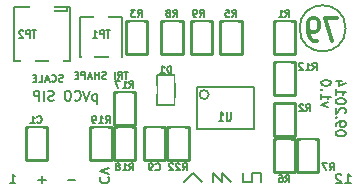
<source format=gbo>
%FSLAX46Y46*%
G04 Gerber Fmt 4.6, Leading zero omitted, Abs format (unit mm)*
G04 Created by KiCad (PCBNEW (2014-09-02 BZR 5112)-product) date 2014-09-07 2:51:26 PM*
%MOMM*%
G01*
G04 APERTURE LIST*
%ADD10C,0.150000*%
%ADD11C,0.203200*%
%ADD12C,0.200000*%
%ADD13C,0.152400*%
%ADD14C,0.300000*%
%ADD15C,0.127000*%
%ADD16C,0.149860*%
%ADD17C,0.254000*%
%ADD18C,0.158750*%
%ADD19C,0.160020*%
%ADD20R,1.000760X0.701040*%
%ADD21R,1.998980X1.998980*%
%ADD22R,1.300480X1.998980*%
%ADD23R,1.143000X0.812800*%
%ADD24R,1.000000X1.250000*%
%ADD25R,1.200000X1.250000*%
%ADD26R,1.350000X3.500000*%
%ADD27R,0.299720X1.300480*%
G04 APERTURE END LIST*
D10*
D11*
X169174171Y-90911143D02*
X168632305Y-90717619D01*
X169174171Y-90524095D01*
X168632305Y-89788705D02*
X168632305Y-90253162D01*
X168632305Y-90020933D02*
X169445105Y-90020933D01*
X169328990Y-90098343D01*
X169251581Y-90175752D01*
X169212876Y-90253162D01*
X168709714Y-89440362D02*
X168671010Y-89401657D01*
X168632305Y-89440362D01*
X168671010Y-89479067D01*
X168709714Y-89440362D01*
X168632305Y-89440362D01*
X169445105Y-88898495D02*
X169445105Y-88821086D01*
X169406400Y-88743676D01*
X169367695Y-88704971D01*
X169290286Y-88666267D01*
X169135467Y-88627562D01*
X168941943Y-88627562D01*
X168787124Y-88666267D01*
X168709714Y-88704971D01*
X168671010Y-88743676D01*
X168632305Y-88821086D01*
X168632305Y-88898495D01*
X168671010Y-88975905D01*
X168709714Y-89014609D01*
X168787124Y-89053314D01*
X168941943Y-89092019D01*
X169135467Y-89092019D01*
X169290286Y-89053314D01*
X169367695Y-89014609D01*
X169406400Y-88975905D01*
X169445105Y-88898495D01*
X170654819Y-97367695D02*
X171119276Y-97367695D01*
X170887047Y-97367695D02*
X170887047Y-96554895D01*
X170964457Y-96671010D01*
X171041866Y-96748419D01*
X171119276Y-96787124D01*
X170345181Y-96632305D02*
X170306476Y-96593600D01*
X170229067Y-96554895D01*
X170035543Y-96554895D01*
X169958133Y-96593600D01*
X169919429Y-96632305D01*
X169880724Y-96709714D01*
X169880724Y-96787124D01*
X169919429Y-96903238D01*
X170383886Y-97367695D01*
X169880724Y-97367695D01*
X149959714Y-96846762D02*
X149921010Y-96885467D01*
X149882305Y-97001581D01*
X149882305Y-97078991D01*
X149921010Y-97195105D01*
X149998419Y-97272514D01*
X150075829Y-97311219D01*
X150230648Y-97349924D01*
X150346762Y-97349924D01*
X150501581Y-97311219D01*
X150578990Y-97272514D01*
X150656400Y-97195105D01*
X150695105Y-97078991D01*
X150695105Y-97001581D01*
X150656400Y-96885467D01*
X150617695Y-96846762D01*
X150695105Y-96614533D02*
X149882305Y-96343600D01*
X150695105Y-96072667D01*
X145309638Y-97058057D02*
X144690362Y-97058057D01*
X145000000Y-97367695D02*
X145000000Y-96748419D01*
X142267771Y-97367695D02*
X142732228Y-97367695D01*
X142499999Y-97367695D02*
X142499999Y-96554895D01*
X142577409Y-96671010D01*
X142654818Y-96748419D01*
X142732228Y-96787124D01*
D12*
X158500000Y-97250000D02*
X157750000Y-96500000D01*
X157750000Y-96500000D02*
X157000000Y-97250000D01*
X161000000Y-97250000D02*
X160250000Y-96500000D01*
X160250000Y-96500000D02*
X160250000Y-97250000D01*
X160250000Y-97250000D02*
X159500000Y-96500000D01*
X159500000Y-96500000D02*
X159500000Y-97250000D01*
X163500000Y-97250000D02*
X163500000Y-96500000D01*
X163500000Y-96500000D02*
X162750000Y-96500000D01*
X162750000Y-96500000D02*
X162750000Y-97250000D01*
X162750000Y-97250000D02*
X162000000Y-97250000D01*
X162000000Y-97250000D02*
X162000000Y-96500000D01*
D11*
X147809638Y-97058057D02*
X147190362Y-97058057D01*
D13*
X152307771Y-87916171D02*
X151959428Y-87916171D01*
X152133599Y-88525771D02*
X152133599Y-87916171D01*
X151407885Y-88525771D02*
X151611085Y-88235486D01*
X151756228Y-88525771D02*
X151756228Y-87916171D01*
X151524000Y-87916171D01*
X151465942Y-87945200D01*
X151436914Y-87974229D01*
X151407885Y-88032286D01*
X151407885Y-88119371D01*
X151436914Y-88177429D01*
X151465942Y-88206457D01*
X151524000Y-88235486D01*
X151756228Y-88235486D01*
X151146628Y-88525771D02*
X151146628Y-87916171D01*
X150420914Y-88496743D02*
X150333828Y-88525771D01*
X150188685Y-88525771D01*
X150130628Y-88496743D01*
X150101599Y-88467714D01*
X150072571Y-88409657D01*
X150072571Y-88351600D01*
X150101599Y-88293543D01*
X150130628Y-88264514D01*
X150188685Y-88235486D01*
X150304799Y-88206457D01*
X150362857Y-88177429D01*
X150391885Y-88148400D01*
X150420914Y-88090343D01*
X150420914Y-88032286D01*
X150391885Y-87974229D01*
X150362857Y-87945200D01*
X150304799Y-87916171D01*
X150159657Y-87916171D01*
X150072571Y-87945200D01*
X149811314Y-88525771D02*
X149811314Y-87916171D01*
X149811314Y-88206457D02*
X149462971Y-88206457D01*
X149462971Y-88525771D02*
X149462971Y-87916171D01*
X149201714Y-88351600D02*
X148911428Y-88351600D01*
X149259771Y-88525771D02*
X149056571Y-87916171D01*
X148853371Y-88525771D01*
X148650171Y-88525771D02*
X148650171Y-87916171D01*
X148417943Y-87916171D01*
X148359885Y-87945200D01*
X148330857Y-87974229D01*
X148301828Y-88032286D01*
X148301828Y-88119371D01*
X148330857Y-88177429D01*
X148359885Y-88206457D01*
X148417943Y-88235486D01*
X148650171Y-88235486D01*
X148040571Y-88206457D02*
X147837371Y-88206457D01*
X147750285Y-88525771D02*
X148040571Y-88525771D01*
X148040571Y-87916171D01*
X147750285Y-87916171D01*
X146762743Y-88746743D02*
X146675657Y-88775771D01*
X146530514Y-88775771D01*
X146472457Y-88746743D01*
X146443428Y-88717714D01*
X146414400Y-88659657D01*
X146414400Y-88601600D01*
X146443428Y-88543543D01*
X146472457Y-88514514D01*
X146530514Y-88485486D01*
X146646628Y-88456457D01*
X146704686Y-88427429D01*
X146733714Y-88398400D01*
X146762743Y-88340343D01*
X146762743Y-88282286D01*
X146733714Y-88224229D01*
X146704686Y-88195200D01*
X146646628Y-88166171D01*
X146501486Y-88166171D01*
X146414400Y-88195200D01*
X145804800Y-88717714D02*
X145833829Y-88746743D01*
X145920915Y-88775771D01*
X145978972Y-88775771D01*
X146066057Y-88746743D01*
X146124115Y-88688686D01*
X146153143Y-88630629D01*
X146182172Y-88514514D01*
X146182172Y-88427429D01*
X146153143Y-88311314D01*
X146124115Y-88253257D01*
X146066057Y-88195200D01*
X145978972Y-88166171D01*
X145920915Y-88166171D01*
X145833829Y-88195200D01*
X145804800Y-88224229D01*
X145572572Y-88601600D02*
X145282286Y-88601600D01*
X145630629Y-88775771D02*
X145427429Y-88166171D01*
X145224229Y-88775771D01*
X144730743Y-88775771D02*
X145021029Y-88775771D01*
X145021029Y-88166171D01*
X144527543Y-88456457D02*
X144324343Y-88456457D01*
X144237257Y-88775771D02*
X144527543Y-88775771D01*
X144527543Y-88166171D01*
X144237257Y-88166171D01*
D11*
X170695105Y-93167466D02*
X170695105Y-93090057D01*
X170656400Y-93012647D01*
X170617695Y-92973942D01*
X170540286Y-92935238D01*
X170385467Y-92896533D01*
X170191943Y-92896533D01*
X170037124Y-92935238D01*
X169959714Y-92973942D01*
X169921010Y-93012647D01*
X169882305Y-93090057D01*
X169882305Y-93167466D01*
X169921010Y-93244876D01*
X169959714Y-93283580D01*
X170037124Y-93322285D01*
X170191943Y-93360990D01*
X170385467Y-93360990D01*
X170540286Y-93322285D01*
X170617695Y-93283580D01*
X170656400Y-93244876D01*
X170695105Y-93167466D01*
X169882305Y-92509485D02*
X169882305Y-92354666D01*
X169921010Y-92277257D01*
X169959714Y-92238552D01*
X170075829Y-92161143D01*
X170230648Y-92122438D01*
X170540286Y-92122438D01*
X170617695Y-92161143D01*
X170656400Y-92199847D01*
X170695105Y-92277257D01*
X170695105Y-92432076D01*
X170656400Y-92509485D01*
X170617695Y-92548190D01*
X170540286Y-92586895D01*
X170346762Y-92586895D01*
X170269352Y-92548190D01*
X170230648Y-92509485D01*
X170191943Y-92432076D01*
X170191943Y-92277257D01*
X170230648Y-92199847D01*
X170269352Y-92161143D01*
X170346762Y-92122438D01*
X169959714Y-91774095D02*
X169921010Y-91735390D01*
X169882305Y-91774095D01*
X169921010Y-91812800D01*
X169959714Y-91774095D01*
X169882305Y-91774095D01*
X170617695Y-91425752D02*
X170656400Y-91387047D01*
X170695105Y-91309638D01*
X170695105Y-91116114D01*
X170656400Y-91038704D01*
X170617695Y-91000000D01*
X170540286Y-90961295D01*
X170462876Y-90961295D01*
X170346762Y-91000000D01*
X169882305Y-91464457D01*
X169882305Y-90961295D01*
X170695105Y-90458133D02*
X170695105Y-90380724D01*
X170656400Y-90303314D01*
X170617695Y-90264609D01*
X170540286Y-90225905D01*
X170385467Y-90187200D01*
X170191943Y-90187200D01*
X170037124Y-90225905D01*
X169959714Y-90264609D01*
X169921010Y-90303314D01*
X169882305Y-90380724D01*
X169882305Y-90458133D01*
X169921010Y-90535543D01*
X169959714Y-90574247D01*
X170037124Y-90612952D01*
X170191943Y-90651657D01*
X170385467Y-90651657D01*
X170540286Y-90612952D01*
X170617695Y-90574247D01*
X170656400Y-90535543D01*
X170695105Y-90458133D01*
X169882305Y-89413105D02*
X169882305Y-89877562D01*
X169882305Y-89645333D02*
X170695105Y-89645333D01*
X170578990Y-89722743D01*
X170501581Y-89800152D01*
X170462876Y-89877562D01*
X170424171Y-88716419D02*
X169882305Y-88716419D01*
X170733810Y-88909943D02*
X170153238Y-89103467D01*
X170153238Y-88600305D01*
X149651276Y-89825829D02*
X149651276Y-90638629D01*
X149651276Y-89864533D02*
X149573867Y-89825829D01*
X149419048Y-89825829D01*
X149341638Y-89864533D01*
X149302933Y-89903238D01*
X149264229Y-89980648D01*
X149264229Y-90212876D01*
X149302933Y-90290286D01*
X149341638Y-90328990D01*
X149419048Y-90367695D01*
X149573867Y-90367695D01*
X149651276Y-90328990D01*
X149032000Y-89554895D02*
X148761067Y-90367695D01*
X148490134Y-89554895D01*
X147754743Y-90290286D02*
X147793448Y-90328990D01*
X147909562Y-90367695D01*
X147986972Y-90367695D01*
X148103086Y-90328990D01*
X148180495Y-90251581D01*
X148219200Y-90174171D01*
X148257905Y-90019352D01*
X148257905Y-89903238D01*
X148219200Y-89748419D01*
X148180495Y-89671010D01*
X148103086Y-89593600D01*
X147986972Y-89554895D01*
X147909562Y-89554895D01*
X147793448Y-89593600D01*
X147754743Y-89632305D01*
X147251581Y-89554895D02*
X147096762Y-89554895D01*
X147019353Y-89593600D01*
X146941943Y-89671010D01*
X146903238Y-89825829D01*
X146903238Y-90096762D01*
X146941943Y-90251581D01*
X147019353Y-90328990D01*
X147096762Y-90367695D01*
X147251581Y-90367695D01*
X147328991Y-90328990D01*
X147406400Y-90251581D01*
X147445105Y-90096762D01*
X147445105Y-89825829D01*
X147406400Y-89671010D01*
X147328991Y-89593600D01*
X147251581Y-89554895D01*
X145974324Y-90328990D02*
X145858210Y-90367695D01*
X145664686Y-90367695D01*
X145587276Y-90328990D01*
X145548572Y-90290286D01*
X145509867Y-90212876D01*
X145509867Y-90135467D01*
X145548572Y-90058057D01*
X145587276Y-90019352D01*
X145664686Y-89980648D01*
X145819505Y-89941943D01*
X145896914Y-89903238D01*
X145935619Y-89864533D01*
X145974324Y-89787124D01*
X145974324Y-89709714D01*
X145935619Y-89632305D01*
X145896914Y-89593600D01*
X145819505Y-89554895D01*
X145625981Y-89554895D01*
X145509867Y-89593600D01*
X145161524Y-90367695D02*
X145161524Y-89554895D01*
X144774476Y-90367695D02*
X144774476Y-89554895D01*
X144464838Y-89554895D01*
X144387429Y-89593600D01*
X144348724Y-89632305D01*
X144310019Y-89709714D01*
X144310019Y-89825829D01*
X144348724Y-89903238D01*
X144387429Y-89941943D01*
X144464838Y-89980648D01*
X144774476Y-89980648D01*
D12*
X170702562Y-84250000D02*
G75*
G03X170702562Y-84250000I-1952562J0D01*
G74*
G01*
D14*
X169933715Y-83382143D02*
X168917715Y-83382143D01*
X169570858Y-85332143D01*
X168264571Y-85332143D02*
X167974286Y-85332143D01*
X167829143Y-85239286D01*
X167756571Y-85146429D01*
X167611429Y-84867857D01*
X167538857Y-84496429D01*
X167538857Y-83753571D01*
X167611429Y-83567857D01*
X167684000Y-83475000D01*
X167829143Y-83382143D01*
X168119429Y-83382143D01*
X168264571Y-83475000D01*
X168337143Y-83567857D01*
X168409714Y-83753571D01*
X168409714Y-84217857D01*
X168337143Y-84403571D01*
X168264571Y-84496429D01*
X168119429Y-84589286D01*
X167829143Y-84589286D01*
X167684000Y-84496429D01*
X167611429Y-84403571D01*
X167538857Y-84217857D01*
D15*
X156262000Y-90770000D02*
X156262000Y-88166500D01*
X156262000Y-88166500D02*
X154738000Y-88166500D01*
X154738000Y-88166500D02*
X154738000Y-90770000D01*
X154738000Y-90770000D02*
X156262000Y-90770000D01*
D16*
X147100580Y-82448760D02*
X147100580Y-82751020D01*
X147100580Y-82751020D02*
X145398780Y-82751020D01*
X145398780Y-82751020D02*
X145398780Y-82448760D01*
X147400300Y-82448760D02*
X142599700Y-82448760D01*
X142599700Y-82448760D02*
X142599700Y-87051240D01*
X142599700Y-87051240D02*
X147400300Y-87051240D01*
X147400300Y-87051240D02*
X147400300Y-82448760D01*
D17*
X152900000Y-92600000D02*
X152900000Y-95400000D01*
X152900000Y-95400000D02*
X151100000Y-95400000D01*
X151100000Y-95400000D02*
X151100000Y-92600000D01*
X151100000Y-92600000D02*
X152900000Y-92600000D01*
X150900000Y-92600000D02*
X150900000Y-95400000D01*
X150900000Y-95400000D02*
X149100000Y-95400000D01*
X149100000Y-95400000D02*
X149100000Y-92600000D01*
X149100000Y-92600000D02*
X150900000Y-92600000D01*
X157400000Y-92600000D02*
X157400000Y-95400000D01*
X157400000Y-95400000D02*
X155600000Y-95400000D01*
X155600000Y-95400000D02*
X155600000Y-92600000D01*
X155600000Y-92600000D02*
X157400000Y-92600000D01*
X155400000Y-92600000D02*
X155400000Y-95400000D01*
X155400000Y-95400000D02*
X153600000Y-95400000D01*
X153600000Y-95400000D02*
X153600000Y-92600000D01*
X153600000Y-92600000D02*
X155400000Y-92600000D01*
X143600000Y-95400000D02*
X143600000Y-92600000D01*
X143600000Y-92600000D02*
X145400000Y-92600000D01*
X145400000Y-92600000D02*
X145400000Y-95400000D01*
X145400000Y-95400000D02*
X143600000Y-95400000D01*
X168400000Y-93600000D02*
X168400000Y-96400000D01*
X168400000Y-96400000D02*
X166600000Y-96400000D01*
X166600000Y-96400000D02*
X166600000Y-93600000D01*
X166600000Y-93600000D02*
X168400000Y-93600000D01*
X152900000Y-89600000D02*
X152900000Y-92400000D01*
X152900000Y-92400000D02*
X151100000Y-92400000D01*
X151100000Y-92400000D02*
X151100000Y-89600000D01*
X151100000Y-89600000D02*
X152900000Y-89600000D01*
X166400000Y-87100000D02*
X166400000Y-89900000D01*
X166400000Y-89900000D02*
X164600000Y-89900000D01*
X164600000Y-89900000D02*
X164600000Y-87100000D01*
X164600000Y-87100000D02*
X166400000Y-87100000D01*
X157600000Y-86400000D02*
X157600000Y-83600000D01*
X157600000Y-83600000D02*
X159400000Y-83600000D01*
X159400000Y-83600000D02*
X159400000Y-86400000D01*
X159400000Y-86400000D02*
X157600000Y-86400000D01*
X156900000Y-83600000D02*
X156900000Y-86400000D01*
X156900000Y-86400000D02*
X155100000Y-86400000D01*
X155100000Y-86400000D02*
X155100000Y-83600000D01*
X155100000Y-83600000D02*
X156900000Y-83600000D01*
X153900000Y-83600000D02*
X153900000Y-86400000D01*
X153900000Y-86400000D02*
X152100000Y-86400000D01*
X152100000Y-86400000D02*
X152100000Y-83600000D01*
X152100000Y-83600000D02*
X153900000Y-83600000D01*
X161900000Y-83600000D02*
X161900000Y-86400000D01*
X161900000Y-86400000D02*
X160100000Y-86400000D01*
X160100000Y-86400000D02*
X160100000Y-83600000D01*
X160100000Y-83600000D02*
X161900000Y-83600000D01*
X166400000Y-83600000D02*
X166400000Y-86400000D01*
X166400000Y-86400000D02*
X164600000Y-86400000D01*
X164600000Y-86400000D02*
X164600000Y-83600000D01*
X164600000Y-83600000D02*
X166400000Y-83600000D01*
X166400000Y-93600000D02*
X166400000Y-96400000D01*
X166400000Y-96400000D02*
X164600000Y-96400000D01*
X164600000Y-96400000D02*
X164600000Y-93600000D01*
X164600000Y-93600000D02*
X166400000Y-93600000D01*
X166400000Y-90600000D02*
X166400000Y-93400000D01*
X166400000Y-93400000D02*
X164600000Y-93400000D01*
X164600000Y-93400000D02*
X164600000Y-90600000D01*
X164600000Y-90600000D02*
X166400000Y-90600000D01*
D10*
X148200000Y-85000000D02*
X148200000Y-83300000D01*
X148200000Y-83300000D02*
X151800000Y-83300000D01*
X151800000Y-83300000D02*
X151800000Y-86700000D01*
X151800000Y-86700000D02*
X148200000Y-86700000D01*
X148200000Y-86700000D02*
X148200000Y-85000000D01*
D11*
X158087000Y-92778000D02*
X162913000Y-92778000D01*
X162913000Y-92778000D02*
X162913000Y-89222000D01*
X162913000Y-89222000D02*
X158087000Y-89222000D01*
X158087000Y-89222000D02*
X158087000Y-92778000D01*
X159103000Y-89857000D02*
G75*
G03X159103000Y-89857000I-381000J0D01*
G74*
G01*
D13*
X155949942Y-88025771D02*
X155949942Y-87416171D01*
X155804799Y-87416171D01*
X155717714Y-87445200D01*
X155659656Y-87503257D01*
X155630628Y-87561314D01*
X155601599Y-87677429D01*
X155601599Y-87764514D01*
X155630628Y-87880629D01*
X155659656Y-87938686D01*
X155717714Y-87996743D01*
X155804799Y-88025771D01*
X155949942Y-88025771D01*
X155021028Y-88025771D02*
X155369371Y-88025771D01*
X155195199Y-88025771D02*
X155195199Y-87416171D01*
X155253256Y-87503257D01*
X155311314Y-87561314D01*
X155369371Y-87590343D01*
X144519257Y-84416171D02*
X144170914Y-84416171D01*
X144345085Y-85025771D02*
X144345085Y-84416171D01*
X143967714Y-85025771D02*
X143967714Y-84416171D01*
X143735486Y-84416171D01*
X143677428Y-84445200D01*
X143648400Y-84474229D01*
X143619371Y-84532286D01*
X143619371Y-84619371D01*
X143648400Y-84677429D01*
X143677428Y-84706457D01*
X143735486Y-84735486D01*
X143967714Y-84735486D01*
X143387143Y-84474229D02*
X143358114Y-84445200D01*
X143300057Y-84416171D01*
X143154914Y-84416171D01*
X143096857Y-84445200D01*
X143067828Y-84474229D01*
X143038800Y-84532286D01*
X143038800Y-84590343D01*
X143067828Y-84677429D01*
X143416171Y-85025771D01*
X143038800Y-85025771D01*
X152391885Y-96275771D02*
X152595085Y-95985486D01*
X152740228Y-96275771D02*
X152740228Y-95666171D01*
X152508000Y-95666171D01*
X152449942Y-95695200D01*
X152420914Y-95724229D01*
X152391885Y-95782286D01*
X152391885Y-95869371D01*
X152420914Y-95927429D01*
X152449942Y-95956457D01*
X152508000Y-95985486D01*
X152740228Y-95985486D01*
X151811314Y-96275771D02*
X152159657Y-96275771D01*
X151985485Y-96275771D02*
X151985485Y-95666171D01*
X152043542Y-95753257D01*
X152101600Y-95811314D01*
X152159657Y-95840343D01*
X151462971Y-95927429D02*
X151521029Y-95898400D01*
X151550057Y-95869371D01*
X151579086Y-95811314D01*
X151579086Y-95782286D01*
X151550057Y-95724229D01*
X151521029Y-95695200D01*
X151462971Y-95666171D01*
X151346857Y-95666171D01*
X151288800Y-95695200D01*
X151259771Y-95724229D01*
X151230743Y-95782286D01*
X151230743Y-95811314D01*
X151259771Y-95869371D01*
X151288800Y-95898400D01*
X151346857Y-95927429D01*
X151462971Y-95927429D01*
X151521029Y-95956457D01*
X151550057Y-95985486D01*
X151579086Y-96043543D01*
X151579086Y-96159657D01*
X151550057Y-96217714D01*
X151521029Y-96246743D01*
X151462971Y-96275771D01*
X151346857Y-96275771D01*
X151288800Y-96246743D01*
X151259771Y-96217714D01*
X151230743Y-96159657D01*
X151230743Y-96043543D01*
X151259771Y-95985486D01*
X151288800Y-95956457D01*
X151346857Y-95927429D01*
X150391885Y-92275771D02*
X150595085Y-91985486D01*
X150740228Y-92275771D02*
X150740228Y-91666171D01*
X150508000Y-91666171D01*
X150449942Y-91695200D01*
X150420914Y-91724229D01*
X150391885Y-91782286D01*
X150391885Y-91869371D01*
X150420914Y-91927429D01*
X150449942Y-91956457D01*
X150508000Y-91985486D01*
X150740228Y-91985486D01*
X149811314Y-92275771D02*
X150159657Y-92275771D01*
X149985485Y-92275771D02*
X149985485Y-91666171D01*
X150043542Y-91753257D01*
X150101600Y-91811314D01*
X150159657Y-91840343D01*
X149521029Y-92275771D02*
X149404914Y-92275771D01*
X149346857Y-92246743D01*
X149317829Y-92217714D01*
X149259771Y-92130629D01*
X149230743Y-92014514D01*
X149230743Y-91782286D01*
X149259771Y-91724229D01*
X149288800Y-91695200D01*
X149346857Y-91666171D01*
X149462971Y-91666171D01*
X149521029Y-91695200D01*
X149550057Y-91724229D01*
X149579086Y-91782286D01*
X149579086Y-91927429D01*
X149550057Y-91985486D01*
X149521029Y-92014514D01*
X149462971Y-92043543D01*
X149346857Y-92043543D01*
X149288800Y-92014514D01*
X149259771Y-91985486D01*
X149230743Y-91927429D01*
X156891885Y-96275771D02*
X157095085Y-95985486D01*
X157240228Y-96275771D02*
X157240228Y-95666171D01*
X157008000Y-95666171D01*
X156949942Y-95695200D01*
X156920914Y-95724229D01*
X156891885Y-95782286D01*
X156891885Y-95869371D01*
X156920914Y-95927429D01*
X156949942Y-95956457D01*
X157008000Y-95985486D01*
X157240228Y-95985486D01*
X156659657Y-95724229D02*
X156630628Y-95695200D01*
X156572571Y-95666171D01*
X156427428Y-95666171D01*
X156369371Y-95695200D01*
X156340342Y-95724229D01*
X156311314Y-95782286D01*
X156311314Y-95840343D01*
X156340342Y-95927429D01*
X156688685Y-96275771D01*
X156311314Y-96275771D01*
X156079086Y-95724229D02*
X156050057Y-95695200D01*
X155992000Y-95666171D01*
X155846857Y-95666171D01*
X155788800Y-95695200D01*
X155759771Y-95724229D01*
X155730743Y-95782286D01*
X155730743Y-95840343D01*
X155759771Y-95927429D01*
X156108114Y-96275771D01*
X155730743Y-96275771D01*
X154601599Y-96217714D02*
X154630628Y-96246743D01*
X154717714Y-96275771D01*
X154775771Y-96275771D01*
X154862856Y-96246743D01*
X154920914Y-96188686D01*
X154949942Y-96130629D01*
X154978971Y-96014514D01*
X154978971Y-95927429D01*
X154949942Y-95811314D01*
X154920914Y-95753257D01*
X154862856Y-95695200D01*
X154775771Y-95666171D01*
X154717714Y-95666171D01*
X154630628Y-95695200D01*
X154601599Y-95724229D01*
X154311314Y-96275771D02*
X154195199Y-96275771D01*
X154137142Y-96246743D01*
X154108114Y-96217714D01*
X154050056Y-96130629D01*
X154021028Y-96014514D01*
X154021028Y-95782286D01*
X154050056Y-95724229D01*
X154079085Y-95695200D01*
X154137142Y-95666171D01*
X154253256Y-95666171D01*
X154311314Y-95695200D01*
X154340342Y-95724229D01*
X154369371Y-95782286D01*
X154369371Y-95927429D01*
X154340342Y-95985486D01*
X154311314Y-96014514D01*
X154253256Y-96043543D01*
X154137142Y-96043543D01*
X154079085Y-96014514D01*
X154050056Y-95985486D01*
X154021028Y-95927429D01*
X144601599Y-92217714D02*
X144630628Y-92246743D01*
X144717714Y-92275771D01*
X144775771Y-92275771D01*
X144862856Y-92246743D01*
X144920914Y-92188686D01*
X144949942Y-92130629D01*
X144978971Y-92014514D01*
X144978971Y-91927429D01*
X144949942Y-91811314D01*
X144920914Y-91753257D01*
X144862856Y-91695200D01*
X144775771Y-91666171D01*
X144717714Y-91666171D01*
X144630628Y-91695200D01*
X144601599Y-91724229D01*
X144021028Y-92275771D02*
X144369371Y-92275771D01*
X144195199Y-92275771D02*
X144195199Y-91666171D01*
X144253256Y-91753257D01*
X144311314Y-91811314D01*
X144369371Y-91840343D01*
X169351599Y-96275771D02*
X169554799Y-95985486D01*
X169699942Y-96275771D02*
X169699942Y-95666171D01*
X169467714Y-95666171D01*
X169409656Y-95695200D01*
X169380628Y-95724229D01*
X169351599Y-95782286D01*
X169351599Y-95869371D01*
X169380628Y-95927429D01*
X169409656Y-95956457D01*
X169467714Y-95985486D01*
X169699942Y-95985486D01*
X169148399Y-95666171D02*
X168741999Y-95666171D01*
X169003256Y-96275771D01*
X152391885Y-89275771D02*
X152595085Y-88985486D01*
X152740228Y-89275771D02*
X152740228Y-88666171D01*
X152508000Y-88666171D01*
X152449942Y-88695200D01*
X152420914Y-88724229D01*
X152391885Y-88782286D01*
X152391885Y-88869371D01*
X152420914Y-88927429D01*
X152449942Y-88956457D01*
X152508000Y-88985486D01*
X152740228Y-88985486D01*
X151811314Y-89275771D02*
X152159657Y-89275771D01*
X151985485Y-89275771D02*
X151985485Y-88666171D01*
X152043542Y-88753257D01*
X152101600Y-88811314D01*
X152159657Y-88840343D01*
X151608114Y-88666171D02*
X151201714Y-88666171D01*
X151462971Y-89275771D01*
X167891885Y-87775771D02*
X168095085Y-87485486D01*
X168240228Y-87775771D02*
X168240228Y-87166171D01*
X168008000Y-87166171D01*
X167949942Y-87195200D01*
X167920914Y-87224229D01*
X167891885Y-87282286D01*
X167891885Y-87369371D01*
X167920914Y-87427429D01*
X167949942Y-87456457D01*
X168008000Y-87485486D01*
X168240228Y-87485486D01*
X167311314Y-87775771D02*
X167659657Y-87775771D01*
X167485485Y-87775771D02*
X167485485Y-87166171D01*
X167543542Y-87253257D01*
X167601600Y-87311314D01*
X167659657Y-87340343D01*
X167079086Y-87224229D02*
X167050057Y-87195200D01*
X166992000Y-87166171D01*
X166846857Y-87166171D01*
X166788800Y-87195200D01*
X166759771Y-87224229D01*
X166730743Y-87282286D01*
X166730743Y-87340343D01*
X166759771Y-87427429D01*
X167108114Y-87775771D01*
X166730743Y-87775771D01*
X158351599Y-83275771D02*
X158554799Y-82985486D01*
X158699942Y-83275771D02*
X158699942Y-82666171D01*
X158467714Y-82666171D01*
X158409656Y-82695200D01*
X158380628Y-82724229D01*
X158351599Y-82782286D01*
X158351599Y-82869371D01*
X158380628Y-82927429D01*
X158409656Y-82956457D01*
X158467714Y-82985486D01*
X158699942Y-82985486D01*
X158061314Y-83275771D02*
X157945199Y-83275771D01*
X157887142Y-83246743D01*
X157858114Y-83217714D01*
X157800056Y-83130629D01*
X157771028Y-83014514D01*
X157771028Y-82782286D01*
X157800056Y-82724229D01*
X157829085Y-82695200D01*
X157887142Y-82666171D01*
X158003256Y-82666171D01*
X158061314Y-82695200D01*
X158090342Y-82724229D01*
X158119371Y-82782286D01*
X158119371Y-82927429D01*
X158090342Y-82985486D01*
X158061314Y-83014514D01*
X158003256Y-83043543D01*
X157887142Y-83043543D01*
X157829085Y-83014514D01*
X157800056Y-82985486D01*
X157771028Y-82927429D01*
X156101599Y-83275771D02*
X156304799Y-82985486D01*
X156449942Y-83275771D02*
X156449942Y-82666171D01*
X156217714Y-82666171D01*
X156159656Y-82695200D01*
X156130628Y-82724229D01*
X156101599Y-82782286D01*
X156101599Y-82869371D01*
X156130628Y-82927429D01*
X156159656Y-82956457D01*
X156217714Y-82985486D01*
X156449942Y-82985486D01*
X155753256Y-82927429D02*
X155811314Y-82898400D01*
X155840342Y-82869371D01*
X155869371Y-82811314D01*
X155869371Y-82782286D01*
X155840342Y-82724229D01*
X155811314Y-82695200D01*
X155753256Y-82666171D01*
X155637142Y-82666171D01*
X155579085Y-82695200D01*
X155550056Y-82724229D01*
X155521028Y-82782286D01*
X155521028Y-82811314D01*
X155550056Y-82869371D01*
X155579085Y-82898400D01*
X155637142Y-82927429D01*
X155753256Y-82927429D01*
X155811314Y-82956457D01*
X155840342Y-82985486D01*
X155869371Y-83043543D01*
X155869371Y-83159657D01*
X155840342Y-83217714D01*
X155811314Y-83246743D01*
X155753256Y-83275771D01*
X155637142Y-83275771D01*
X155579085Y-83246743D01*
X155550056Y-83217714D01*
X155521028Y-83159657D01*
X155521028Y-83043543D01*
X155550056Y-82985486D01*
X155579085Y-82956457D01*
X155637142Y-82927429D01*
X153101599Y-83275771D02*
X153304799Y-82985486D01*
X153449942Y-83275771D02*
X153449942Y-82666171D01*
X153217714Y-82666171D01*
X153159656Y-82695200D01*
X153130628Y-82724229D01*
X153101599Y-82782286D01*
X153101599Y-82869371D01*
X153130628Y-82927429D01*
X153159656Y-82956457D01*
X153217714Y-82985486D01*
X153449942Y-82985486D01*
X152898399Y-82666171D02*
X152521028Y-82666171D01*
X152724228Y-82898400D01*
X152637142Y-82898400D01*
X152579085Y-82927429D01*
X152550056Y-82956457D01*
X152521028Y-83014514D01*
X152521028Y-83159657D01*
X152550056Y-83217714D01*
X152579085Y-83246743D01*
X152637142Y-83275771D01*
X152811314Y-83275771D01*
X152869371Y-83246743D01*
X152898399Y-83217714D01*
X161101599Y-83275771D02*
X161304799Y-82985486D01*
X161449942Y-83275771D02*
X161449942Y-82666171D01*
X161217714Y-82666171D01*
X161159656Y-82695200D01*
X161130628Y-82724229D01*
X161101599Y-82782286D01*
X161101599Y-82869371D01*
X161130628Y-82927429D01*
X161159656Y-82956457D01*
X161217714Y-82985486D01*
X161449942Y-82985486D01*
X160550056Y-82666171D02*
X160840342Y-82666171D01*
X160869371Y-82956457D01*
X160840342Y-82927429D01*
X160782285Y-82898400D01*
X160637142Y-82898400D01*
X160579085Y-82927429D01*
X160550056Y-82956457D01*
X160521028Y-83014514D01*
X160521028Y-83159657D01*
X160550056Y-83217714D01*
X160579085Y-83246743D01*
X160637142Y-83275771D01*
X160782285Y-83275771D01*
X160840342Y-83246743D01*
X160869371Y-83217714D01*
X165601599Y-83275771D02*
X165804799Y-82985486D01*
X165949942Y-83275771D02*
X165949942Y-82666171D01*
X165717714Y-82666171D01*
X165659656Y-82695200D01*
X165630628Y-82724229D01*
X165601599Y-82782286D01*
X165601599Y-82869371D01*
X165630628Y-82927429D01*
X165659656Y-82956457D01*
X165717714Y-82985486D01*
X165949942Y-82985486D01*
X165021028Y-83275771D02*
X165369371Y-83275771D01*
X165195199Y-83275771D02*
X165195199Y-82666171D01*
X165253256Y-82753257D01*
X165311314Y-82811314D01*
X165369371Y-82840343D01*
X165601599Y-97275771D02*
X165804799Y-96985486D01*
X165949942Y-97275771D02*
X165949942Y-96666171D01*
X165717714Y-96666171D01*
X165659656Y-96695200D01*
X165630628Y-96724229D01*
X165601599Y-96782286D01*
X165601599Y-96869371D01*
X165630628Y-96927429D01*
X165659656Y-96956457D01*
X165717714Y-96985486D01*
X165949942Y-96985486D01*
X165079085Y-96666171D02*
X165195199Y-96666171D01*
X165253256Y-96695200D01*
X165282285Y-96724229D01*
X165340342Y-96811314D01*
X165369371Y-96927429D01*
X165369371Y-97159657D01*
X165340342Y-97217714D01*
X165311314Y-97246743D01*
X165253256Y-97275771D01*
X165137142Y-97275771D01*
X165079085Y-97246743D01*
X165050056Y-97217714D01*
X165021028Y-97159657D01*
X165021028Y-97014514D01*
X165050056Y-96956457D01*
X165079085Y-96927429D01*
X165137142Y-96898400D01*
X165253256Y-96898400D01*
X165311314Y-96927429D01*
X165340342Y-96956457D01*
X165369371Y-97014514D01*
X167351599Y-91275771D02*
X167554799Y-90985486D01*
X167699942Y-91275771D02*
X167699942Y-90666171D01*
X167467714Y-90666171D01*
X167409656Y-90695200D01*
X167380628Y-90724229D01*
X167351599Y-90782286D01*
X167351599Y-90869371D01*
X167380628Y-90927429D01*
X167409656Y-90956457D01*
X167467714Y-90985486D01*
X167699942Y-90985486D01*
X167119371Y-90724229D02*
X167090342Y-90695200D01*
X167032285Y-90666171D01*
X166887142Y-90666171D01*
X166829085Y-90695200D01*
X166800056Y-90724229D01*
X166771028Y-90782286D01*
X166771028Y-90840343D01*
X166800056Y-90927429D01*
X167148399Y-91275771D01*
X166771028Y-91275771D01*
X150769257Y-84416171D02*
X150420914Y-84416171D01*
X150595085Y-85025771D02*
X150595085Y-84416171D01*
X150217714Y-85025771D02*
X150217714Y-84416171D01*
X149985486Y-84416171D01*
X149927428Y-84445200D01*
X149898400Y-84474229D01*
X149869371Y-84532286D01*
X149869371Y-84619371D01*
X149898400Y-84677429D01*
X149927428Y-84706457D01*
X149985486Y-84735486D01*
X150217714Y-84735486D01*
X149288800Y-85025771D02*
X149637143Y-85025771D01*
X149462971Y-85025771D02*
X149462971Y-84416171D01*
X149521028Y-84503257D01*
X149579086Y-84561314D01*
X149637143Y-84590343D01*
D18*
X160983810Y-91344714D02*
X160983810Y-91961571D01*
X160953571Y-92034143D01*
X160923333Y-92070429D01*
X160862857Y-92106714D01*
X160741905Y-92106714D01*
X160681429Y-92070429D01*
X160651190Y-92034143D01*
X160620952Y-91961571D01*
X160620952Y-91344714D01*
X159985952Y-92106714D02*
X160348810Y-92106714D01*
X160167381Y-92106714D02*
X160167381Y-91344714D01*
X160227857Y-91453571D01*
X160288333Y-91526143D01*
X160348810Y-91562429D01*
D19*
%LPC*%
D20*
X154230000Y-89500000D03*
X156770000Y-90452500D03*
X156770000Y-88547500D03*
D21*
X145000000Y-82751020D03*
D22*
X146150620Y-86748980D03*
X143849380Y-86748980D03*
D23*
X152000000Y-93149100D03*
X152000000Y-94850900D03*
X150000000Y-93149100D03*
X150000000Y-94850900D03*
X156500000Y-93149100D03*
X156500000Y-94850900D03*
X154500000Y-93149100D03*
X154500000Y-94850900D03*
X144500000Y-94850900D03*
X144500000Y-93149100D03*
X167500000Y-94149100D03*
X167500000Y-95850900D03*
X152000000Y-90149100D03*
X152000000Y-91850900D03*
X165500000Y-87649100D03*
X165500000Y-89350900D03*
X158500000Y-85850900D03*
X158500000Y-84149100D03*
X156000000Y-84149100D03*
X156000000Y-85850900D03*
X153000000Y-84149100D03*
X153000000Y-85850900D03*
X161000000Y-84149100D03*
X161000000Y-85850900D03*
X165500000Y-84149100D03*
X165500000Y-85850900D03*
X165500000Y-94149100D03*
X165500000Y-95850900D03*
X165500000Y-91149100D03*
X165500000Y-92850900D03*
D24*
X148850000Y-86850000D03*
X151150000Y-86850000D03*
D25*
X150000000Y-83150000D03*
D26*
X142530000Y-99500000D03*
X145070000Y-99500000D03*
X147610000Y-99500000D03*
X150150000Y-99500000D03*
X152690000Y-99500000D03*
X155230000Y-99500000D03*
X157770000Y-99500000D03*
X160310000Y-99500000D03*
X162850000Y-99500000D03*
X165390000Y-99500000D03*
X167930000Y-99500000D03*
X170470000Y-99500000D03*
D27*
X158569600Y-88206000D03*
X159204600Y-88206000D03*
X159865000Y-88206000D03*
X160500000Y-88206000D03*
X161160400Y-88206000D03*
X161808100Y-88206000D03*
X162455800Y-88206000D03*
X162455800Y-93794000D03*
X161808100Y-93794000D03*
X161160400Y-93794000D03*
X160500000Y-93794000D03*
X159852300Y-93794000D03*
X159204600Y-93794000D03*
X158556900Y-93794000D03*
M02*

</source>
